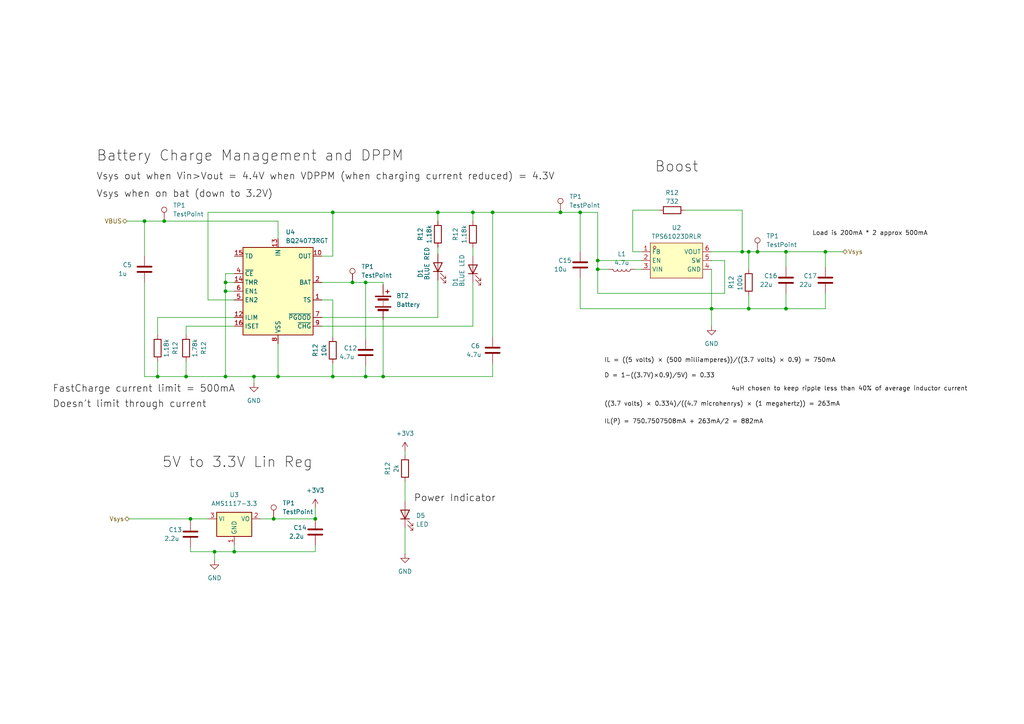
<source format=kicad_sch>
(kicad_sch (version 20230121) (generator eeschema)
  (paper "A4")
  (lib_symbols
    (symbol "Battery_Management:BQ24073RGT"
      (property "Reference" "U" (at -8.89 13.97 0))
      (property "Value" "BQ24073RGT" (at 16.51 13.97 0))
      (symbol "BQ24073RGT_0_1"
        (rectangle (start -10.16 12.7) (end 10.16 -12.7) (stroke (width 0.254)) (fill (type background)))
      )
      (symbol "BQ24073RGT_1_1"
        (pin passive line (at 12.7 -2.54 180) (length 2.54) (name "TS") (number "1"))
        (pin power_out line (at 12.7 10.16 180) (length 2.54) (name "OUT") (number "10"))
        (pin passive line (at 12.7 10.16 180) (length 2.54) hide (name "OUT") (number "11"))
        (pin passive line (at -12.7 -7.62 0) (length 2.54) (name "ILIM") (number "12"))
        (pin power_in line (at 0 15.24 270) (length 2.54) (name "IN") (number "13"))
        (pin input line (at -12.7 2.54 0) (length 2.54) (name "TMR") (number "14"))
        (pin input line (at -12.7 10.16 0) (length 2.54) (name "TD") (number "15"))
        (pin passive line (at -12.7 -10.16 0) (length 2.54) (name "ISET") (number "16"))
        (pin passive line (at 0 -15.24 90) (length 2.54) hide (name "VSS") (number "17"))
        (pin power_out line (at 12.7 2.54 180) (length 2.54) (name "BAT") (number "2"))
        (pin passive line (at 12.7 2.54 180) (length 2.54) hide (name "BAT") (number "3"))
        (pin input line (at -12.7 5.08 0) (length 2.54) (name "~{CE}") (number "4"))
        (pin input line (at -12.7 -2.54 0) (length 2.54) (name "EN2") (number "5"))
        (pin input line (at -12.7 0 0) (length 2.54) (name "EN1") (number "6"))
        (pin open_collector line (at 12.7 -7.62 180) (length 2.54) (name "~{PGOOD}") (number "7"))
        (pin power_in line (at 0 -15.24 90) (length 2.54) (name "VSS") (number "8"))
        (pin open_collector line (at 12.7 -10.16 180) (length 2.54) (name "~{CHG}") (number "9"))
      )
    )
    (symbol "Connector:TestPoint" (pin_numbers hide) (pin_names (offset 0.762) hide)
      (property "Reference" "TP" (at 0 6.858 0))
      (property "Value" "TestPoint" (at 0 5.08 0))
      (symbol "TestPoint_0_1"
        (circle (center 0 3.302) (radius 0.762))
      )
      (symbol "TestPoint_1_1"
        (pin passive line (at 0 0 90) (length 2.54) (name "1") (number "1"))
      )
    )
    (symbol "Device:Battery" (pin_numbers hide) (pin_names (offset 0) hide)
      (property "Reference" "BT" (at 2.54 2.54 0))
      (property "Value" "Battery" (at 2.54 0 0))
      (symbol "Battery_0_1"
        (rectangle (start -2.286 -1.27) (end 2.286 -1.524) (fill (type outline)))
        (rectangle (start -2.286 1.778) (end 2.286 1.524) (fill (type outline)))
        (rectangle (start -1.524 -2.032) (end 1.524 -2.54) (fill (type outline)))
        (rectangle (start -1.524 1.016) (end 1.524 0.508) (fill (type outline)))
        (polyline (pts (xy 0 -1.016) (xy 0 -0.762)))
        (polyline (pts (xy 0 -0.508) (xy 0 -0.254)))
        (polyline (pts (xy 0 0) (xy 0 0.254)))
        (polyline (pts (xy 0 1.778) (xy 0 2.54)))
        (polyline (pts (xy 0.762 3.048) (xy 1.778 3.048)) (stroke (width 0.254)))
        (polyline (pts (xy 1.27 3.556) (xy 1.27 2.54)) (stroke (width 0.254)))
      )
      (symbol "Battery_1_1"
        (pin passive line (at 0 5.08 270) (length 2.54) (name "+") (number "1"))
        (pin passive line (at 0 -5.08 90) (length 2.54) (name "-") (number "2"))
      )
    )
    (symbol "Device:C" (pin_numbers hide) (pin_names (offset 0.254))
      (property "Reference" "C" (at 0.635 2.54 0))
      (property "Value" "C" (at 0.635 -2.54 0))
      (symbol "C_0_1"
        (polyline (pts (xy -2.032 -0.762) (xy 2.032 -0.762)) (stroke (width 0.508)))
        (polyline (pts (xy -2.032 0.762) (xy 2.032 0.762)) (stroke (width 0.508)))
      )
      (symbol "C_1_1"
        (pin passive line (at 0 3.81 270) (length 2.794) (name "~") (number "1"))
        (pin passive line (at 0 -3.81 90) (length 2.794) (name "~") (number "2"))
      )
    )
    (symbol "Device:L" (pin_numbers hide) (pin_names (offset 1.016) hide)
      (property "Reference" "L" (at -1.27 0 90))
      (property "Value" "L" (at 1.905 0 90))
      (symbol "L_0_1"
        (arc (start 0 -2.54) (mid 0.6323 -1.905) (end 0 -1.27))
        (arc (start 0 -1.27) (mid 0.6323 -0.635) (end 0 0))
        (arc (start 0 0) (mid 0.6323 0.635) (end 0 1.27))
        (arc (start 0 1.27) (mid 0.6323 1.905) (end 0 2.54))
      )
      (symbol "L_1_1"
        (pin passive line (at 0 3.81 270) (length 1.27) (name "1") (number "1"))
        (pin passive line (at 0 -3.81 90) (length 1.27) (name "2") (number "2"))
      )
    )
    (symbol "Device:LED" (pin_numbers hide) (pin_names (offset 1.016) hide)
      (property "Reference" "D" (at 0 2.54 0))
      (property "Value" "LED" (at 0 -2.54 0))
      (symbol "LED_0_1"
        (polyline (pts (xy -1.27 -1.27) (xy -1.27 1.27)) (stroke (width 0.254)))
        (polyline (pts (xy -1.27 0) (xy 1.27 0)))
        (polyline (pts (xy 1.27 -1.27) (xy 1.27 1.27) (xy -1.27 0) (xy 1.27 -1.27)) (stroke (width 0.254)))
        (polyline (pts (xy -3.048 -0.762) (xy -4.572 -2.286) (xy -3.81 -2.286) (xy -4.572 -2.286) (xy -4.572 -1.524)))
        (polyline (pts (xy -1.778 -0.762) (xy -3.302 -2.286) (xy -2.54 -2.286) (xy -3.302 -2.286) (xy -3.302 -1.524)))
      )
      (symbol "LED_1_1"
        (pin passive line (at -3.81 0 0) (length 2.54) (name "K") (number "1"))
        (pin passive line (at 3.81 0 180) (length 2.54) (name "A") (number "2"))
      )
    )
    (symbol "Device:R" (pin_numbers hide) (pin_names (offset 0))
      (property "Reference" "R" (at 2.032 0 90))
      (property "Value" "R" (at 0 0 90))
      (symbol "R_0_1"
        (rectangle (start -1.016 -2.54) (end 1.016 2.54) (stroke (width 0.254)))
      )
      (symbol "R_1_1"
        (pin passive line (at 0 3.81 270) (length 1.27) (name "~") (number "1"))
        (pin passive line (at 0 -3.81 90) (length 1.27) (name "~") (number "2"))
      )
    )
    (symbol "Regulator_Linear:AMS1117-3.3"
      (property "Reference" "U" (at -3.81 3.175 0))
      (property "Value" "AMS1117-3.3" (at 0 3.175 0))
      (symbol "AMS1117-3.3_0_1"
        (rectangle (start -5.08 -5.08) (end 5.08 1.905) (stroke (width 0.254)) (fill (type background)))
      )
      (symbol "AMS1117-3.3_1_1"
        (pin power_in line (at 0 -7.62 90) (length 2.54) (name "GND") (number "1"))
        (pin power_out line (at 7.62 0 180) (length 2.54) (name "VO") (number "2"))
        (pin power_in line (at -7.62 0 0) (length 2.54) (name "VI") (number "3"))
      )
    )
    (symbol "easyeda2kicad:TPS61023DRLR"
      (property "Reference" "U" (at 0 7.62 0))
      (property "Value" "TPS61023DRLR" (at 0 -7.62 0))
      (symbol "TPS61023DRLR_0_1"
        (rectangle (start -7.62 5.08) (end 7.62 -5.08) (fill (type background)))
        (circle (center -6.35 3.81) (radius 0.38))
        (pin unspecified line (at -10.16 2.54 0) (length 2.54) (name "FB") (number "1"))
        (pin unspecified line (at -10.16 0 0) (length 2.54) (name "EN") (number "2"))
        (pin unspecified line (at -10.16 -2.54 0) (length 2.54) (name "VIN") (number "3"))
        (pin unspecified line (at 10.16 -2.54 180) (length 2.54) (name "GND") (number "4"))
        (pin unspecified line (at 10.16 0 180) (length 2.54) (name "SW") (number "5"))
        (pin unspecified line (at 10.16 2.54 180) (length 2.54) (name "VOUT") (number "6"))
      )
    )
    (symbol "power:+3V3" (power) (pin_names (offset 0))
      (property "Value" "+3V3" (at 0 3.556 0))
      (symbol "+3V3_0_1"
        (polyline (pts (xy -0.762 1.27) (xy 0 2.54)))
        (polyline (pts (xy 0 0) (xy 0 2.54)))
        (polyline (pts (xy 0 2.54) (xy 0.762 1.27)))
      )
      (symbol "+3V3_1_1"
        (pin power_in line (at 0 0 90) (length 0) hide (name "+3V3") (number "1"))
      )
    )
    (symbol "power:GND" (power) (pin_names (offset 0))
      (property "Value" "GND" (at 0 -3.81 0))
      (symbol "GND_0_1"
        (polyline (pts (xy 0 0) (xy 0 -1.27) (xy 1.27 -1.27) (xy 0 -2.54) (xy -1.27 -1.27) (xy 0 -1.27)))
      )
      (symbol "GND_1_1"
        (pin power_in line (at 0 0 270) (length 0) hide (name "GND") (number "1"))
      )
    )
  )
  (junction (at 53.975 109.22))
  (junction (at 227.965 73.025))
  (junction (at 106.045 109.22))
  (junction (at 127 61.595))
  (junction (at 106.045 81.915))
  (junction (at 173.355 78.105))
  (junction (at 41.91 64.135))
  (junction (at 67.945 160.02))
  (junction (at 73.66 109.22))
  (junction (at 55.245 150.495))
  (junction (at 96.52 61.595))
  (junction (at 65.405 109.22))
  (junction (at 65.405 81.915))
  (junction (at 162.56 61.595))
  (junction (at 137.16 61.595))
  (junction (at 65.405 84.455))
  (junction (at 47.625 64.135))
  (junction (at 173.355 75.565))
  (junction (at 168.275 61.595))
  (junction (at 219.71 73.025))
  (junction (at 45.72 109.22))
  (junction (at 80.645 109.22))
  (junction (at 79.375 150.495))
  (junction (at 227.965 89.535))
  (junction (at 215.265 73.025))
  (junction (at 91.44 150.495))
  (junction (at 217.17 73.025))
  (junction (at 96.52 109.22))
  (junction (at 142.875 61.595))
  (junction (at 239.395 73.025))
  (junction (at 217.17 89.535))
  (junction (at 62.23 160.02))
  (junction (at 102.235 81.915))
  (junction (at 206.375 89.535))
  (junction (at 111.125 109.22))
  (wire (pts (xy 47.625 64.135) (xy 80.645 64.135)))
  (wire (pts (xy 137.16 61.595) (xy 142.875 61.595)))
  (wire (pts (xy 137.16 64.135) (xy 137.16 61.595)))
  (wire (pts (xy 62.23 160.02) (xy 62.23 162.56)))
  (wire (pts (xy 106.045 98.425) (xy 106.045 81.915)))
  (wire (pts (xy 41.91 64.135) (xy 41.91 74.295)))
  (wire (pts (xy 206.375 89.535) (xy 217.17 89.535)))
  (wire (pts (xy 173.355 75.565) (xy 173.355 78.105)))
  (wire (pts (xy 91.44 160.02) (xy 91.44 158.115)))
  (wire (pts (xy 79.375 150.495) (xy 91.44 150.495)))
  (wire (pts (xy 65.405 109.22) (xy 73.66 109.22)))
  (wire (pts (xy 173.355 78.105) (xy 176.53 78.105)))
  (wire (pts (xy 60.325 86.995) (xy 60.325 61.595)))
  (wire (pts (xy 55.245 150.495) (xy 60.325 150.495)))
  (wire (pts (xy 162.56 61.595) (xy 168.275 61.595)))
  (wire (pts (xy 111.125 82.55) (xy 111.125 81.915)))
  (wire (pts (xy 239.395 89.535) (xy 227.965 89.535)))
  (wire (pts (xy 168.275 61.595) (xy 168.275 73.025)))
  (wire (pts (xy 183.515 60.96) (xy 183.515 73.025)))
  (wire (pts (xy 53.975 104.775) (xy 53.975 109.22)))
  (wire (pts (xy 127 73.66) (xy 127 71.755)))
  (wire (pts (xy 106.045 106.045) (xy 106.045 109.22)))
  (wire (pts (xy 41.91 81.915) (xy 41.91 109.22)))
  (wire (pts (xy 45.72 92.075) (xy 67.945 92.075)))
  (wire (pts (xy 96.52 105.41) (xy 96.52 109.22)))
  (wire (pts (xy 36.83 64.135) (xy 41.91 64.135)))
  (wire (pts (xy 93.345 86.995) (xy 96.52 86.995)))
  (wire (pts (xy 67.945 79.375) (xy 65.405 79.375)))
  (wire (pts (xy 96.52 109.22) (xy 106.045 109.22)))
  (wire (pts (xy 67.945 84.455) (xy 65.405 84.455)))
  (wire (pts (xy 142.875 109.22) (xy 111.125 109.22)))
  (wire (pts (xy 191.135 60.96) (xy 183.515 60.96)))
  (wire (pts (xy 173.355 61.595) (xy 173.355 75.565)))
  (wire (pts (xy 55.245 160.02) (xy 62.23 160.02)))
  (wire (pts (xy 168.275 89.535) (xy 168.275 80.645)))
  (wire (pts (xy 102.235 81.915) (xy 106.045 81.915)))
  (wire (pts (xy 184.15 78.105) (xy 186.055 78.105)))
  (wire (pts (xy 219.71 73.025) (xy 217.17 73.025)))
  (wire (pts (xy 227.965 85.09) (xy 227.965 89.535)))
  (wire (pts (xy 65.405 84.455) (xy 65.405 109.22)))
  (wire (pts (xy 96.52 97.79) (xy 96.52 86.995)))
  (wire (pts (xy 65.405 79.375) (xy 65.405 81.915)))
  (wire (pts (xy 53.975 94.615) (xy 53.975 97.155)))
  (wire (pts (xy 142.875 61.595) (xy 142.875 97.79)))
  (wire (pts (xy 45.72 109.22) (xy 53.975 109.22)))
  (wire (pts (xy 60.325 61.595) (xy 96.52 61.595)))
  (wire (pts (xy 80.645 109.22) (xy 96.52 109.22)))
  (wire (pts (xy 183.515 73.025) (xy 186.055 73.025)))
  (wire (pts (xy 127 61.595) (xy 127 64.135)))
  (wire (pts (xy 67.945 94.615) (xy 53.975 94.615)))
  (wire (pts (xy 91.44 150.495) (xy 91.44 147.32)))
  (wire (pts (xy 127 61.595) (xy 137.16 61.595)))
  (wire (pts (xy 117.475 153.035) (xy 117.475 160.655)))
  (wire (pts (xy 215.265 60.96) (xy 215.265 73.025)))
  (wire (pts (xy 198.755 60.96) (xy 215.265 60.96)))
  (wire (pts (xy 73.66 109.22) (xy 73.66 111.125)))
  (wire (pts (xy 227.965 77.47) (xy 227.965 73.025)))
  (wire (pts (xy 106.045 81.915) (xy 111.125 81.915)))
  (wire (pts (xy 217.17 73.025) (xy 215.265 73.025)))
  (wire (pts (xy 244.475 73.025) (xy 239.395 73.025)))
  (wire (pts (xy 239.395 77.47) (xy 239.395 73.025)))
  (wire (pts (xy 73.66 109.22) (xy 80.645 109.22)))
  (wire (pts (xy 80.645 64.135) (xy 80.645 69.215)))
  (wire (pts (xy 67.945 160.02) (xy 67.945 158.115)))
  (wire (pts (xy 45.72 104.775) (xy 45.72 109.22)))
  (wire (pts (xy 217.17 85.725) (xy 217.17 89.535)))
  (wire (pts (xy 96.52 61.595) (xy 127 61.595)))
  (wire (pts (xy 55.245 151.13) (xy 55.245 150.495)))
  (wire (pts (xy 53.975 109.22) (xy 65.405 109.22)))
  (wire (pts (xy 206.375 89.535) (xy 206.375 94.615)))
  (wire (pts (xy 239.395 73.025) (xy 227.965 73.025)))
  (wire (pts (xy 217.17 89.535) (xy 227.965 89.535)))
  (wire (pts (xy 239.395 85.09) (xy 239.395 89.535)))
  (wire (pts (xy 127 81.28) (xy 127 92.075)))
  (wire (pts (xy 137.16 74.295) (xy 137.16 71.755)))
  (wire (pts (xy 45.72 97.155) (xy 45.72 92.075)))
  (wire (pts (xy 111.125 92.71) (xy 111.125 109.22)))
  (wire (pts (xy 67.945 160.02) (xy 91.44 160.02)))
  (wire (pts (xy 206.375 78.105) (xy 206.375 89.535)))
  (wire (pts (xy 37.465 150.495) (xy 55.245 150.495)))
  (wire (pts (xy 75.565 150.495) (xy 79.375 150.495)))
  (wire (pts (xy 93.345 94.615) (xy 137.16 94.615)))
  (wire (pts (xy 67.945 86.995) (xy 60.325 86.995)))
  (wire (pts (xy 210.185 75.565) (xy 206.375 75.565)))
  (wire (pts (xy 173.355 85.09) (xy 210.185 85.09)))
  (wire (pts (xy 96.52 61.595) (xy 96.52 74.295)))
  (wire (pts (xy 117.475 139.7) (xy 117.475 145.415)))
  (wire (pts (xy 62.23 160.02) (xy 67.945 160.02)))
  (wire (pts (xy 106.045 109.22) (xy 111.125 109.22)))
  (wire (pts (xy 117.475 130.81) (xy 117.475 132.08)))
  (wire (pts (xy 93.345 92.075) (xy 127 92.075)))
  (wire (pts (xy 80.645 99.695) (xy 80.645 109.22)))
  (wire (pts (xy 65.405 84.455) (xy 65.405 81.915)))
  (wire (pts (xy 93.345 74.295) (xy 96.52 74.295)))
  (wire (pts (xy 137.16 81.915) (xy 137.16 94.615)))
  (wire (pts (xy 93.345 81.915) (xy 102.235 81.915)))
  (wire (pts (xy 168.275 89.535) (xy 206.375 89.535)))
  (wire (pts (xy 142.875 61.595) (xy 162.56 61.595)))
  (wire (pts (xy 41.91 109.22) (xy 45.72 109.22)))
  (wire (pts (xy 55.245 160.02) (xy 55.245 158.75)))
  (wire (pts (xy 217.17 73.025) (xy 217.17 78.105)))
  (wire (pts (xy 186.055 75.565) (xy 173.355 75.565)))
  (wire (pts (xy 65.405 81.915) (xy 67.945 81.915)))
  (wire (pts (xy 173.355 78.105) (xy 173.355 85.09)))
  (wire (pts (xy 142.875 105.41) (xy 142.875 109.22)))
  (wire (pts (xy 210.185 85.09) (xy 210.185 75.565)))
  (wire (pts (xy 215.265 73.025) (xy 206.375 73.025)))
  (wire (pts (xy 227.965 73.025) (xy 219.71 73.025)))
  (wire (pts (xy 41.91 64.135) (xy 47.625 64.135)))
  (wire (pts (xy 168.275 61.595) (xy 173.355 61.595)))
  (label "Boost" (at 189.865 50.8 0) (effects (font (size 3 3))))
  (label "Power Indicator" (at 120.015 146.05 0) (effects (font (size 2 2))))
  (label "Doesn't limit through current" (at 15.24 118.745 0) (effects (font (size 2 2))))
  (label "4uH chosen to keep ripple less than 40% of average inductor current" (at 212.09 113.665 0))
  (label "FastCharge current limit = 500mA" (at 15.24 114.3 0) (effects (font (size 2 2))))
  (label "((3.7 volts) × 0.334){slash}((4.7 microhenrys) × (1 megahertz)) = 263mA" (at 175.26 118.11 0))
  (label "Vsys when on bat (down to 3.2V)" (at 27.94 57.785 0) (effects (font (size 2 2))))
  (label "5V to 3.3V Lin Reg" (at 46.99 136.525 0) (effects (font (size 3 3))))
  (label "Battery Charge Management and DPPM" (at 27.94 47.625 0) (effects (font (size 3 3))))
  (label "D = 1−((3.7V)×0.9){slash}5V) = 0.33" (at 175.26 109.855 0))
  (label "IL(P) = 750.750 750 8 mA + 263mA{slash}2 = 882mA" (at 175.26 123.19 0))
  (label "Load is 200mA * 2 approx 500mA" (at 235.585 68.58 0))
  (label "Vsys out when Vin>Vout = 4.4V when VDPPM (when charging current reduced) = 4.3V" (at 27.94 52.705 0) (effects (font (size 2 2))))
  (label "IL = ((5 volts) × (500 milliamperes)){slash}((3.7 volts) × 0.9) = 750mA" (at 175.26 105.41 0))
  (hierarchical_label "VBUS" (shape bidirectional) (at 36.83 64.135 180))
  (hierarchical_label "Vsys" (shape bidirectional) (at 244.475 73.025 0))
  (hierarchical_label "Vsys" (shape bidirectional) (at 37.465 150.495 180))
  (symbol (lib_id "Device:LED") (at 117.475 149.225 90) (unit 1)
    (property "Reference" "D5" (at 120.65 149.5425 90) (effects (justify right)))
    (property "Value" "LED" (at 120.65 152.0825 90) (effects (justify right)))
    (property "Footprint" "LED_SMD:LED_0603_1608Metric_Pad1.05x0.95mm_HandSolder" (effects hide))
  )
  (symbol (lib_id "Device:R") (at 217.17 81.915 180) (unit 1)
    (property "Reference" "R12" (at 212.09 81.915 90))
    (property "Value" "100k" (at 214.63 81.915 90))
    (property "Footprint" "Resistor_SMD:R_0402_1005Metric_Pad0.72x0.64mm_HandSolder" (effects hide))
    (property "LCSC Part" "C60491 " (effects hide))
    (instances (project "Dock" (path "" (reference "R12") (unit 1)) (path "" (reference "R19") (unit 1))) (project "BLEEarrings" (path "" (reference "R8") (unit 1)) (path "" (reference "R2") (unit 1))))
  )
  (symbol (lib_id "Device:L") (at 180.34 78.105 270) (unit 1)
    (property "Reference" "L1" (at 180.34 73.66 90))
    (property "Value" "4.7u" (at 180.34 76.2 90))
    (property "Footprint" "easyeda2kicad:IND-SMD_L5.2-W5.2_YSPI0530" (effects hide))
    (property "LCSC Part" "C2836880" (effects hide))
  )
  (symbol (lib_id "Device:R") (at 53.975 100.965 0) (unit 1)
    (property "Reference" "R12" (at 59.055 100.965 90))
    (property "Value" "1.78k" (at 56.515 100.965 90))
    (property "Footprint" "Resistor_SMD:R_0402_1005Metric_Pad0.72x0.64mm_HandSolder" (effects hide))
    (property "LCSC Part" "C5121514" (effects hide))
    (instances (project "Dock" (path "" (reference "R12") (unit 1)) (path "" (reference "R14") (unit 1))) (project "BLEEarrings" (path "" (reference "R8") (unit 1)) (path "" (reference "R2") (unit 1))))
  )
  (symbol (lib_id "Connector:TestPoint") (at 102.235 81.915 0) (unit 1)
    (property "Reference" "TP1" (at 104.775 77.343 0) (effects (justify left)))
    (property "Value" "TestPoint" (at 104.775 79.883 0) (effects (justify left)))
    (property "Footprint" "TestPoint:TestPoint_Pad_D1.0mm" (effects hide))
    (instances (project "Dock" (path "" (reference "TP1") (unit 1)) (path "" (reference "TP8") (unit 1))))
  )
  (symbol (lib_id "Device:R") (at 137.16 67.945 180) (unit 1)
    (property "Reference" "R12" (at 132.08 67.945 90))
    (property "Value" "1.18k" (at 134.62 67.945 90))
    (property "Footprint" "Resistor_SMD:R_0402_1005Metric_Pad0.72x0.64mm_HandSolder" (effects hide))
    (property "LCSC Part" "C3016052" (effects hide))
    (instances (project "Dock" (path "" (reference "R12") (unit 1)) (path "" (reference "R16") (unit 1))) (project "BLEEarrings" (path "" (reference "R8") (unit 1)) (path "" (reference "R2") (unit 1))))
  )
  (symbol (lib_id "Device:C") (at 106.045 102.235 0) (unit 1)
    (property "Reference" "C12" (at 99.695 100.965 0) (effects (justify left)))
    (property "Value" "4.7u" (at 98.425 103.505 0) (effects (justify left)))
    (property "Footprint" "Capacitor_SMD:C_0402_1005Metric_Pad0.74x0.62mm_HandSolder" (effects hide))
    (property "LCSC Part" "C307423 " (effects hide))
    (instances (project "Dock" (path "" (reference "C12") (unit 1))) (project "BLEEarrings" (path "" (reference "C2") (unit 1)) (path "" (reference "C18") (unit 1))))
  )
  (symbol (lib_id "Device:C") (at 239.395 81.28 0) (unit 1)
    (property "Reference" "C17" (at 233.045 80.01 0) (effects (justify left)))
    (property "Value" "22u" (at 231.775 82.55 0) (effects (justify left)))
    (property "Footprint" "Capacitor_SMD:C_0603_1608Metric_Pad1.08x0.95mm_HandSolder" (effects hide))
    (property "LCSC Part" "C59461" (effects hide))
    (instances (project "Dock" (path "" (reference "C17") (unit 1))) (project "BLEEarrings" (path "" (reference "C2") (unit 1)) (path "" (reference "C18") (unit 1))))
  )
  (symbol (lib_id "Device:C") (at 55.245 154.94 0) (unit 1)
    (property "Reference" "C13" (at 48.895 153.67 0) (effects (justify left)))
    (property "Value" "2.2u" (at 47.625 156.21 0) (effects (justify left)))
    (property "Footprint" "Capacitor_SMD:C_0402_1005Metric_Pad0.74x0.62mm_HandSolder" (effects hide))
    (property "LCSC Part" "C12530" (effects hide))
    (instances (project "Dock" (path "" (reference "C13") (unit 1))) (project "BLEEarrings" (path "" (reference "C2") (unit 1)) (path "" (reference "C18") (unit 1))))
  )
  (symbol (lib_id "Device:C") (at 227.965 81.28 0) (unit 1)
    (property "Reference" "C16" (at 221.615 80.01 0) (effects (justify left)))
    (property "Value" "22u" (at 220.345 82.55 0) (effects (justify left)))
    (property "Footprint" "Capacitor_SMD:C_0603_1608Metric_Pad1.08x0.95mm_HandSolder" (effects hide))
    (property "LCSC Part" "C59461" (effects hide))
    (instances (project "Dock" (path "" (reference "C16") (unit 1))) (project "BLEEarrings" (path "" (reference "C2") (unit 1)) (path "" (reference "C18") (unit 1))))
  )
  (symbol (lib_id "Connector:TestPoint") (at 162.56 61.595 0) (unit 1)
    (property "Reference" "TP1" (at 165.1 57.023 0) (effects (justify left)))
    (property "Value" "TestPoint" (at 165.1 59.563 0) (effects (justify left)))
    (property "Footprint" "TestPoint:TestPoint_Pad_D1.0mm" (effects hide))
    (instances (project "Dock" (path "" (reference "TP1") (unit 1)) (path "" (reference "TP7") (unit 1))))
  )
  (symbol (lib_id "power:GND") (at 117.475 160.655 0) (unit 1)
    (property "Reference" "#PWR023" (effects hide))
    (property "Value" "GND" (at 117.475 165.735 0))
    (instances (project "Dock" (path "" (reference "#PWR023") (unit 1))) (project "BLEEarrings" (path "" (reference "#PWR04") (unit 1)) (path "" (reference "#PWR04") (unit 1))))
  )
  (symbol (lib_id "Device:LED") (at 127 77.47 90) (unit 1)
    (property "Reference" "D1" (at 121.92 80.645 0) (effects (justify left)))
    (property "Value" "BLUE RED" (at 123.825 81.28 0) (effects (justify left)))
    (property "Footprint" "LED_SMD:LED_0603_1608Metric_Pad1.05x0.95mm_HandSolder" (effects hide))
    (property "LCSC Part" "C389517" (effects hide))
    (instances (project "Dock" (path "" (reference "D1") (unit 1)) (path "" (reference "D4") (unit 1))))
  )
  (symbol (lib_id "power:+3V3") (at 91.44 147.32 0) (unit 1)
    (property "Reference" "#PWR025" (effects hide))
    (property "Value" "+3V3" (at 91.44 142.24 0))
  )
  (symbol (lib_id "easyeda2kicad:TPS61023DRLR") (at 196.215 75.565 0) (unit 1)
    (property "Reference" "U2" (at 196.215 66.04 0))
    (property "Value" "TPS61023DRLR" (at 196.215 68.58 0))
    (property "Footprint" "easyeda2kicad:SOT-563_L1.6-W1.2-P0.50-LS1.6-BR" (effects hide))
    (property "LCSC Part" "C919459" (effects hide))
  )
  (symbol (lib_id "Device:C") (at 168.275 76.835 0) (unit 1)
    (property "Reference" "C15" (at 161.925 75.565 0) (effects (justify left)))
    (property "Value" "10u" (at 160.655 78.105 0) (effects (justify left)))
    (property "Footprint" "Capacitor_SMD:C_0402_1005Metric_Pad0.74x0.62mm_HandSolder" (effects hide))
    (property "LCSC Part" "C15525 " (effects hide))
    (instances (project "Dock" (path "" (reference "C15") (unit 1))) (project "BLEEarrings" (path "" (reference "C2") (unit 1)) (path "" (reference "C18") (unit 1))))
  )
  (symbol (lib_id "Connector:TestPoint") (at 47.625 64.135 0) (unit 1)
    (property "Reference" "TP1" (at 50.165 59.563 0) (effects (justify left)))
    (property "Value" "TestPoint" (at 50.165 62.103 0) (effects (justify left)))
    (property "Footprint" "TestPoint:TestPoint_Pad_D1.0mm" (effects hide))
    (instances (project "Dock" (path "" (reference "TP1") (unit 1)) (path "" (reference "TP9") (unit 1))))
  )
  (symbol (lib_id "Device:Battery") (at 111.125 87.63 0) (unit 1)
    (property "Reference" "BT2" (at 114.935 85.7885 0) (effects (justify left)))
    (property "Value" "Battery" (at 114.935 88.3285 0) (effects (justify left)))
    (property "Footprint" "easyeda2kicad:CONN-TH_S2B-PH-K-LF-SN" (effects hide))
    (property "LCSC Part" "C173752 " (effects hide))
  )
  (symbol (lib_id "Device:LED") (at 137.16 78.105 90) (unit 1)
    (property "Reference" "D1" (at 132.08 83.185 0) (effects (justify left)))
    (property "Value" "BLUE LED" (at 133.985 83.185 0) (effects (justify left)))
    (property "Footprint" "LED_SMD:LED_0603_1608Metric_Pad1.05x0.95mm_HandSolder" (effects hide))
    (property "LCSC Part" "C7371904 " (effects hide))
    (instances (project "Dock" (path "" (reference "D1") (unit 1)) (path "" (reference "D3") (unit 1))))
  )
  (symbol (lib_id "Device:C") (at 142.875 101.6 0) (unit 1)
    (property "Reference" "C6" (at 136.525 100.33 0) (effects (justify left)))
    (property "Value" "4.7u" (at 135.255 102.87 0) (effects (justify left)))
    (property "Footprint" "Capacitor_SMD:C_0402_1005Metric_Pad0.74x0.62mm_HandSolder" (effects hide))
    (property "LCSC Part" "C307423 " (effects hide))
    (instances (project "Dock" (path "" (reference "C6") (unit 1))) (project "BLEEarrings" (path "" (reference "C2") (unit 1)) (path "" (reference "C18") (unit 1))))
  )
  (symbol (lib_id "power:GND") (at 62.23 162.56 0) (unit 1)
    (property "Reference" "#PWR024" (effects hide))
    (property "Value" "GND" (at 62.23 167.64 0))
    (instances (project "Dock" (path "" (reference "#PWR024") (unit 1))) (project "BLEEarrings" (path "" (reference "#PWR04") (unit 1)) (path "" (reference "#PWR04") (unit 1))))
  )
  (symbol (lib_id "Device:R") (at 96.52 101.6 180) (unit 1)
    (property "Reference" "R12" (at 91.44 101.6 90))
    (property "Value" "10k" (at 93.98 101.6 90))
    (property "Footprint" "Resistor_SMD:R_0402_1005Metric_Pad0.72x0.64mm_HandSolder" (effects hide))
    (property "LCSC Part" "C60490 " (effects hide))
    (instances (project "Dock" (path "" (reference "R12") (unit 1)) (path "" (reference "R18") (unit 1))) (project "BLEEarrings" (path "" (reference "R8") (unit 1)) (path "" (reference "R2") (unit 1))))
  )
  (symbol (lib_id "Connector:TestPoint") (at 79.375 150.495 0) (unit 1)
    (property "Reference" "TP1" (at 81.915 145.923 0) (effects (justify left)))
    (property "Value" "TestPoint" (at 81.915 148.463 0) (effects (justify left)))
    (property "Footprint" "TestPoint:TestPoint_Pad_D1.0mm" (effects hide))
    (instances (project "Dock" (path "" (reference "TP1") (unit 1)) (path "" (reference "TP10") (unit 1))))
  )
  (symbol (lib_id "Connector:TestPoint") (at 219.71 73.025 0) (unit 1)
    (property "Reference" "TP1" (at 222.25 68.453 0) (effects (justify left)))
    (property "Value" "TestPoint" (at 222.25 70.993 0) (effects (justify left)))
    (property "Footprint" "TestPoint:TestPoint_Pad_D1.0mm" (effects hide))
    (instances (project "Dock" (path "" (reference "TP1") (unit 1)) (path "" (reference "TP6") (unit 1))))
  )
  (symbol (lib_id "Battery_Management:BQ24073RGT") (at 80.645 84.455 0) (unit 1)
    (property "Reference" "U4" (at 82.8391 67.31 0) (effects (justify left)))
    (property "Value" "BQ24073RGT" (at 82.8391 69.85 0) (effects (justify left)))
    (property "Footprint" "Package_DFN_QFN:VQFN-16-1EP_3x3mm_P0.5mm_EP1.6x1.6mm" (effects hide))
    (property "Datasheet" "http://www.ti.com/lit/ds/symlink/bq24073.pdf" (effects hide))
    (property "LCSC Part" "C15220 " (effects hide))
  )
  (symbol (lib_id "Device:R") (at 117.475 135.89 180) (unit 1)
    (property "Reference" "R12" (at 112.395 135.89 90))
    (property "Value" "2k" (at 114.935 135.89 90))
    (property "Footprint" "Resistor_SMD:R_0402_1005Metric_Pad0.72x0.64mm_HandSolder" (effects hide))
    (property "LCSC Part" "C3016052" (effects hide))
    (instances (project "Dock" (path "" (reference "R12") (unit 1)) (path "" (reference "R21") (unit 1))) (project "BLEEarrings" (path "" (reference "R8") (unit 1)) (path "" (reference "R2") (unit 1))))
  )
  (symbol (lib_id "Device:C") (at 91.44 154.305 0) (unit 1)
    (property "Reference" "C14" (at 85.09 153.035 0) (effects (justify left)))
    (property "Value" "2.2u" (at 83.82 155.575 0) (effects (justify left)))
    (property "Footprint" "Capacitor_SMD:C_0402_1005Metric_Pad0.74x0.62mm_HandSolder" (effects hide))
    (property "LCSC Part" "C12530" (effects hide))
    (instances (project "Dock" (path "" (reference "C14") (unit 1))) (project "BLEEarrings" (path "" (reference "C2") (unit 1)) (path "" (reference "C18") (unit 1))))
  )
  (symbol (lib_id "power:GND") (at 206.375 94.615 0) (unit 1)
    (property "Reference" "#PWR020" (effects hide))
    (property "Value" "GND" (at 206.375 99.695 0))
    (instances (project "Dock" (path "" (reference "#PWR020") (unit 1))) (project "BLEEarrings" (path "" (reference "#PWR04") (unit 1)) (path "" (reference "#PWR04") (unit 1))))
  )
  (symbol (lib_id "power:+3V3") (at 117.475 130.81 0) (unit 1)
    (property "Reference" "#PWR022" (effects hide))
    (property "Value" "+3V3" (at 117.475 125.73 0))
  )
  (symbol (lib_id "Device:C") (at 41.91 78.105 0) (unit 1)
    (property "Reference" "C5" (at 35.56 76.835 0) (effects (justify left)))
    (property "Value" "1u" (at 34.29 79.375 0) (effects (justify left)))
    (property "Footprint" "Capacitor_SMD:C_0402_1005Metric_Pad0.74x0.62mm_HandSolder" (effects hide))
    (property "LCSC Part" "C14445 " (effects hide))
    (instances (project "Dock" (path "" (reference "C5") (unit 1))) (project "BLEEarrings" (path "" (reference "C2") (unit 1)) (path "" (reference "C18") (unit 1))))
  )
  (symbol (lib_id "Device:R") (at 194.945 60.96 90) (unit 1)
    (property "Reference" "R12" (at 194.945 55.88 90))
    (property "Value" "732" (at 194.945 58.42 90))
    (property "Footprint" "Resistor_SMD:R_0402_1005Metric_Pad0.72x0.64mm_HandSolder" (effects hide))
    (property "LCSC Part" "C137939" (effects hide))
    (instances (project "Dock" (path "" (reference "R12") (unit 1)) (path "" (reference "R20") (unit 1))) (project "BLEEarrings" (path "" (reference "R8") (unit 1)) (path "" (reference "R2") (unit 1))))
  )
  (symbol (lib_id "Regulator_Linear:AMS1117-3.3") (at 67.945 150.495 0) (unit 1)
    (property "Reference" "U3" (at 67.945 143.51 0))
    (property "Value" "AMS1117-3.3" (at 67.945 146.05 0))
    (property "Footprint" "Package_TO_SOT_SMD:SOT-223-3_TabPin2" (effects hide))
    (property "Datasheet" "http://www.advanced-monolithic.com/pdf/ds1117.pdf" (effects hide))
    (property "LCSC Part" "N/A" (effects hide))
  )
  (symbol (lib_id "Device:R") (at 45.72 100.965 0) (unit 1)
    (property "Reference" "R12" (at 50.8 100.965 90))
    (property "Value" "1.18k" (at 48.26 100.965 90))
    (property "Footprint" "Resistor_SMD:R_0402_1005Metric_Pad0.72x0.64mm_HandSolder" (effects hide))
    (property "LCSC Part" "C3016052" (effects hide))
    (instances (project "Dock" (path "" (reference "R12") (unit 1)) (path "" (reference "R15") (unit 1))) (project "BLEEarrings" (path "" (reference "R8") (unit 1)) (path "" (reference "R2") (unit 1))))
  )
  (symbol (lib_id "Device:R") (at 127 67.945 180) (unit 1)
    (property "Reference" "R12" (at 121.92 67.945 90))
    (property "Value" "1.18k" (at 124.46 67.945 90))
    (property "Footprint" "Resistor_SMD:R_0402_1005Metric_Pad0.72x0.64mm_HandSolder" (effects hide))
    (property "LCSC Part" "C3016052" (effects hide))
    (instances (project "Dock" (path "" (reference "R12") (unit 1)) (path "" (reference "R17") (unit 1))) (project "BLEEarrings" (path "" (reference "R8") (unit 1)) (path "" (reference "R2") (unit 1))))
  )
  (symbol (lib_id "power:GND") (at 73.66 111.125 0) (unit 1)
    (property "Reference" "#PWR021" (effects hide))
    (property "Value" "GND" (at 73.66 116.205 0))
    (instances (project "Dock" (path "" (reference "#PWR021") (unit 1))) (project "BLEEarrings" (path "" (reference "#PWR04") (unit 1)) (path "" (reference "#PWR04") (unit 1))))
  )
)
</source>
